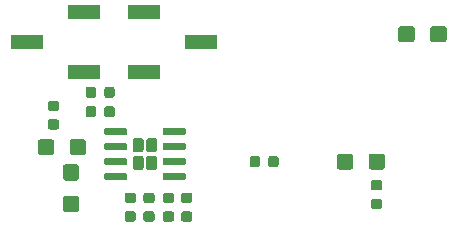
<source format=gbr>
G04 #@! TF.GenerationSoftware,KiCad,Pcbnew,(5.1.4)-1*
G04 #@! TF.CreationDate,2019-11-25T16:57:10-05:00*
G04 #@! TF.ProjectId,preamplifier,70726561-6d70-46c6-9966-6965722e6b69,rev?*
G04 #@! TF.SameCoordinates,Original*
G04 #@! TF.FileFunction,Paste,Top*
G04 #@! TF.FilePolarity,Positive*
%FSLAX46Y46*%
G04 Gerber Fmt 4.6, Leading zero omitted, Abs format (unit mm)*
G04 Created by KiCad (PCBNEW (5.1.4)-1) date 2019-11-25 16:57:10*
%MOMM*%
%LPD*%
G04 APERTURE LIST*
%ADD10R,2.790000X1.190000*%
%ADD11C,0.150000*%
%ADD12C,0.600000*%
%ADD13C,0.920000*%
%ADD14C,0.875000*%
%ADD15C,1.350000*%
G04 APERTURE END LIST*
D10*
X77722000Y-62636400D03*
X82552000Y-60096400D03*
X77722000Y-57556400D03*
X72671400Y-57556400D03*
X67841400Y-60096400D03*
X72671400Y-62636400D03*
D11*
G36*
X81100703Y-67391722D02*
G01*
X81115264Y-67393882D01*
X81129543Y-67397459D01*
X81143403Y-67402418D01*
X81156710Y-67408712D01*
X81169336Y-67416280D01*
X81181159Y-67425048D01*
X81192066Y-67434934D01*
X81201952Y-67445841D01*
X81210720Y-67457664D01*
X81218288Y-67470290D01*
X81224582Y-67483597D01*
X81229541Y-67497457D01*
X81233118Y-67511736D01*
X81235278Y-67526297D01*
X81236000Y-67541000D01*
X81236000Y-67841000D01*
X81235278Y-67855703D01*
X81233118Y-67870264D01*
X81229541Y-67884543D01*
X81224582Y-67898403D01*
X81218288Y-67911710D01*
X81210720Y-67924336D01*
X81201952Y-67936159D01*
X81192066Y-67947066D01*
X81181159Y-67956952D01*
X81169336Y-67965720D01*
X81156710Y-67973288D01*
X81143403Y-67979582D01*
X81129543Y-67984541D01*
X81115264Y-67988118D01*
X81100703Y-67990278D01*
X81086000Y-67991000D01*
X79436000Y-67991000D01*
X79421297Y-67990278D01*
X79406736Y-67988118D01*
X79392457Y-67984541D01*
X79378597Y-67979582D01*
X79365290Y-67973288D01*
X79352664Y-67965720D01*
X79340841Y-67956952D01*
X79329934Y-67947066D01*
X79320048Y-67936159D01*
X79311280Y-67924336D01*
X79303712Y-67911710D01*
X79297418Y-67898403D01*
X79292459Y-67884543D01*
X79288882Y-67870264D01*
X79286722Y-67855703D01*
X79286000Y-67841000D01*
X79286000Y-67541000D01*
X79286722Y-67526297D01*
X79288882Y-67511736D01*
X79292459Y-67497457D01*
X79297418Y-67483597D01*
X79303712Y-67470290D01*
X79311280Y-67457664D01*
X79320048Y-67445841D01*
X79329934Y-67434934D01*
X79340841Y-67425048D01*
X79352664Y-67416280D01*
X79365290Y-67408712D01*
X79378597Y-67402418D01*
X79392457Y-67397459D01*
X79406736Y-67393882D01*
X79421297Y-67391722D01*
X79436000Y-67391000D01*
X81086000Y-67391000D01*
X81100703Y-67391722D01*
X81100703Y-67391722D01*
G37*
D12*
X80261000Y-67691000D03*
D11*
G36*
X81100703Y-68661722D02*
G01*
X81115264Y-68663882D01*
X81129543Y-68667459D01*
X81143403Y-68672418D01*
X81156710Y-68678712D01*
X81169336Y-68686280D01*
X81181159Y-68695048D01*
X81192066Y-68704934D01*
X81201952Y-68715841D01*
X81210720Y-68727664D01*
X81218288Y-68740290D01*
X81224582Y-68753597D01*
X81229541Y-68767457D01*
X81233118Y-68781736D01*
X81235278Y-68796297D01*
X81236000Y-68811000D01*
X81236000Y-69111000D01*
X81235278Y-69125703D01*
X81233118Y-69140264D01*
X81229541Y-69154543D01*
X81224582Y-69168403D01*
X81218288Y-69181710D01*
X81210720Y-69194336D01*
X81201952Y-69206159D01*
X81192066Y-69217066D01*
X81181159Y-69226952D01*
X81169336Y-69235720D01*
X81156710Y-69243288D01*
X81143403Y-69249582D01*
X81129543Y-69254541D01*
X81115264Y-69258118D01*
X81100703Y-69260278D01*
X81086000Y-69261000D01*
X79436000Y-69261000D01*
X79421297Y-69260278D01*
X79406736Y-69258118D01*
X79392457Y-69254541D01*
X79378597Y-69249582D01*
X79365290Y-69243288D01*
X79352664Y-69235720D01*
X79340841Y-69226952D01*
X79329934Y-69217066D01*
X79320048Y-69206159D01*
X79311280Y-69194336D01*
X79303712Y-69181710D01*
X79297418Y-69168403D01*
X79292459Y-69154543D01*
X79288882Y-69140264D01*
X79286722Y-69125703D01*
X79286000Y-69111000D01*
X79286000Y-68811000D01*
X79286722Y-68796297D01*
X79288882Y-68781736D01*
X79292459Y-68767457D01*
X79297418Y-68753597D01*
X79303712Y-68740290D01*
X79311280Y-68727664D01*
X79320048Y-68715841D01*
X79329934Y-68704934D01*
X79340841Y-68695048D01*
X79352664Y-68686280D01*
X79365290Y-68678712D01*
X79378597Y-68672418D01*
X79392457Y-68667459D01*
X79406736Y-68663882D01*
X79421297Y-68661722D01*
X79436000Y-68661000D01*
X81086000Y-68661000D01*
X81100703Y-68661722D01*
X81100703Y-68661722D01*
G37*
D12*
X80261000Y-68961000D03*
D11*
G36*
X81100703Y-69931722D02*
G01*
X81115264Y-69933882D01*
X81129543Y-69937459D01*
X81143403Y-69942418D01*
X81156710Y-69948712D01*
X81169336Y-69956280D01*
X81181159Y-69965048D01*
X81192066Y-69974934D01*
X81201952Y-69985841D01*
X81210720Y-69997664D01*
X81218288Y-70010290D01*
X81224582Y-70023597D01*
X81229541Y-70037457D01*
X81233118Y-70051736D01*
X81235278Y-70066297D01*
X81236000Y-70081000D01*
X81236000Y-70381000D01*
X81235278Y-70395703D01*
X81233118Y-70410264D01*
X81229541Y-70424543D01*
X81224582Y-70438403D01*
X81218288Y-70451710D01*
X81210720Y-70464336D01*
X81201952Y-70476159D01*
X81192066Y-70487066D01*
X81181159Y-70496952D01*
X81169336Y-70505720D01*
X81156710Y-70513288D01*
X81143403Y-70519582D01*
X81129543Y-70524541D01*
X81115264Y-70528118D01*
X81100703Y-70530278D01*
X81086000Y-70531000D01*
X79436000Y-70531000D01*
X79421297Y-70530278D01*
X79406736Y-70528118D01*
X79392457Y-70524541D01*
X79378597Y-70519582D01*
X79365290Y-70513288D01*
X79352664Y-70505720D01*
X79340841Y-70496952D01*
X79329934Y-70487066D01*
X79320048Y-70476159D01*
X79311280Y-70464336D01*
X79303712Y-70451710D01*
X79297418Y-70438403D01*
X79292459Y-70424543D01*
X79288882Y-70410264D01*
X79286722Y-70395703D01*
X79286000Y-70381000D01*
X79286000Y-70081000D01*
X79286722Y-70066297D01*
X79288882Y-70051736D01*
X79292459Y-70037457D01*
X79297418Y-70023597D01*
X79303712Y-70010290D01*
X79311280Y-69997664D01*
X79320048Y-69985841D01*
X79329934Y-69974934D01*
X79340841Y-69965048D01*
X79352664Y-69956280D01*
X79365290Y-69948712D01*
X79378597Y-69942418D01*
X79392457Y-69937459D01*
X79406736Y-69933882D01*
X79421297Y-69931722D01*
X79436000Y-69931000D01*
X81086000Y-69931000D01*
X81100703Y-69931722D01*
X81100703Y-69931722D01*
G37*
D12*
X80261000Y-70231000D03*
D11*
G36*
X81100703Y-71201722D02*
G01*
X81115264Y-71203882D01*
X81129543Y-71207459D01*
X81143403Y-71212418D01*
X81156710Y-71218712D01*
X81169336Y-71226280D01*
X81181159Y-71235048D01*
X81192066Y-71244934D01*
X81201952Y-71255841D01*
X81210720Y-71267664D01*
X81218288Y-71280290D01*
X81224582Y-71293597D01*
X81229541Y-71307457D01*
X81233118Y-71321736D01*
X81235278Y-71336297D01*
X81236000Y-71351000D01*
X81236000Y-71651000D01*
X81235278Y-71665703D01*
X81233118Y-71680264D01*
X81229541Y-71694543D01*
X81224582Y-71708403D01*
X81218288Y-71721710D01*
X81210720Y-71734336D01*
X81201952Y-71746159D01*
X81192066Y-71757066D01*
X81181159Y-71766952D01*
X81169336Y-71775720D01*
X81156710Y-71783288D01*
X81143403Y-71789582D01*
X81129543Y-71794541D01*
X81115264Y-71798118D01*
X81100703Y-71800278D01*
X81086000Y-71801000D01*
X79436000Y-71801000D01*
X79421297Y-71800278D01*
X79406736Y-71798118D01*
X79392457Y-71794541D01*
X79378597Y-71789582D01*
X79365290Y-71783288D01*
X79352664Y-71775720D01*
X79340841Y-71766952D01*
X79329934Y-71757066D01*
X79320048Y-71746159D01*
X79311280Y-71734336D01*
X79303712Y-71721710D01*
X79297418Y-71708403D01*
X79292459Y-71694543D01*
X79288882Y-71680264D01*
X79286722Y-71665703D01*
X79286000Y-71651000D01*
X79286000Y-71351000D01*
X79286722Y-71336297D01*
X79288882Y-71321736D01*
X79292459Y-71307457D01*
X79297418Y-71293597D01*
X79303712Y-71280290D01*
X79311280Y-71267664D01*
X79320048Y-71255841D01*
X79329934Y-71244934D01*
X79340841Y-71235048D01*
X79352664Y-71226280D01*
X79365290Y-71218712D01*
X79378597Y-71212418D01*
X79392457Y-71207459D01*
X79406736Y-71203882D01*
X79421297Y-71201722D01*
X79436000Y-71201000D01*
X81086000Y-71201000D01*
X81100703Y-71201722D01*
X81100703Y-71201722D01*
G37*
D12*
X80261000Y-71501000D03*
D11*
G36*
X76150703Y-71201722D02*
G01*
X76165264Y-71203882D01*
X76179543Y-71207459D01*
X76193403Y-71212418D01*
X76206710Y-71218712D01*
X76219336Y-71226280D01*
X76231159Y-71235048D01*
X76242066Y-71244934D01*
X76251952Y-71255841D01*
X76260720Y-71267664D01*
X76268288Y-71280290D01*
X76274582Y-71293597D01*
X76279541Y-71307457D01*
X76283118Y-71321736D01*
X76285278Y-71336297D01*
X76286000Y-71351000D01*
X76286000Y-71651000D01*
X76285278Y-71665703D01*
X76283118Y-71680264D01*
X76279541Y-71694543D01*
X76274582Y-71708403D01*
X76268288Y-71721710D01*
X76260720Y-71734336D01*
X76251952Y-71746159D01*
X76242066Y-71757066D01*
X76231159Y-71766952D01*
X76219336Y-71775720D01*
X76206710Y-71783288D01*
X76193403Y-71789582D01*
X76179543Y-71794541D01*
X76165264Y-71798118D01*
X76150703Y-71800278D01*
X76136000Y-71801000D01*
X74486000Y-71801000D01*
X74471297Y-71800278D01*
X74456736Y-71798118D01*
X74442457Y-71794541D01*
X74428597Y-71789582D01*
X74415290Y-71783288D01*
X74402664Y-71775720D01*
X74390841Y-71766952D01*
X74379934Y-71757066D01*
X74370048Y-71746159D01*
X74361280Y-71734336D01*
X74353712Y-71721710D01*
X74347418Y-71708403D01*
X74342459Y-71694543D01*
X74338882Y-71680264D01*
X74336722Y-71665703D01*
X74336000Y-71651000D01*
X74336000Y-71351000D01*
X74336722Y-71336297D01*
X74338882Y-71321736D01*
X74342459Y-71307457D01*
X74347418Y-71293597D01*
X74353712Y-71280290D01*
X74361280Y-71267664D01*
X74370048Y-71255841D01*
X74379934Y-71244934D01*
X74390841Y-71235048D01*
X74402664Y-71226280D01*
X74415290Y-71218712D01*
X74428597Y-71212418D01*
X74442457Y-71207459D01*
X74456736Y-71203882D01*
X74471297Y-71201722D01*
X74486000Y-71201000D01*
X76136000Y-71201000D01*
X76150703Y-71201722D01*
X76150703Y-71201722D01*
G37*
D12*
X75311000Y-71501000D03*
D11*
G36*
X76150703Y-69931722D02*
G01*
X76165264Y-69933882D01*
X76179543Y-69937459D01*
X76193403Y-69942418D01*
X76206710Y-69948712D01*
X76219336Y-69956280D01*
X76231159Y-69965048D01*
X76242066Y-69974934D01*
X76251952Y-69985841D01*
X76260720Y-69997664D01*
X76268288Y-70010290D01*
X76274582Y-70023597D01*
X76279541Y-70037457D01*
X76283118Y-70051736D01*
X76285278Y-70066297D01*
X76286000Y-70081000D01*
X76286000Y-70381000D01*
X76285278Y-70395703D01*
X76283118Y-70410264D01*
X76279541Y-70424543D01*
X76274582Y-70438403D01*
X76268288Y-70451710D01*
X76260720Y-70464336D01*
X76251952Y-70476159D01*
X76242066Y-70487066D01*
X76231159Y-70496952D01*
X76219336Y-70505720D01*
X76206710Y-70513288D01*
X76193403Y-70519582D01*
X76179543Y-70524541D01*
X76165264Y-70528118D01*
X76150703Y-70530278D01*
X76136000Y-70531000D01*
X74486000Y-70531000D01*
X74471297Y-70530278D01*
X74456736Y-70528118D01*
X74442457Y-70524541D01*
X74428597Y-70519582D01*
X74415290Y-70513288D01*
X74402664Y-70505720D01*
X74390841Y-70496952D01*
X74379934Y-70487066D01*
X74370048Y-70476159D01*
X74361280Y-70464336D01*
X74353712Y-70451710D01*
X74347418Y-70438403D01*
X74342459Y-70424543D01*
X74338882Y-70410264D01*
X74336722Y-70395703D01*
X74336000Y-70381000D01*
X74336000Y-70081000D01*
X74336722Y-70066297D01*
X74338882Y-70051736D01*
X74342459Y-70037457D01*
X74347418Y-70023597D01*
X74353712Y-70010290D01*
X74361280Y-69997664D01*
X74370048Y-69985841D01*
X74379934Y-69974934D01*
X74390841Y-69965048D01*
X74402664Y-69956280D01*
X74415290Y-69948712D01*
X74428597Y-69942418D01*
X74442457Y-69937459D01*
X74456736Y-69933882D01*
X74471297Y-69931722D01*
X74486000Y-69931000D01*
X76136000Y-69931000D01*
X76150703Y-69931722D01*
X76150703Y-69931722D01*
G37*
D12*
X75311000Y-70231000D03*
D11*
G36*
X76150703Y-68661722D02*
G01*
X76165264Y-68663882D01*
X76179543Y-68667459D01*
X76193403Y-68672418D01*
X76206710Y-68678712D01*
X76219336Y-68686280D01*
X76231159Y-68695048D01*
X76242066Y-68704934D01*
X76251952Y-68715841D01*
X76260720Y-68727664D01*
X76268288Y-68740290D01*
X76274582Y-68753597D01*
X76279541Y-68767457D01*
X76283118Y-68781736D01*
X76285278Y-68796297D01*
X76286000Y-68811000D01*
X76286000Y-69111000D01*
X76285278Y-69125703D01*
X76283118Y-69140264D01*
X76279541Y-69154543D01*
X76274582Y-69168403D01*
X76268288Y-69181710D01*
X76260720Y-69194336D01*
X76251952Y-69206159D01*
X76242066Y-69217066D01*
X76231159Y-69226952D01*
X76219336Y-69235720D01*
X76206710Y-69243288D01*
X76193403Y-69249582D01*
X76179543Y-69254541D01*
X76165264Y-69258118D01*
X76150703Y-69260278D01*
X76136000Y-69261000D01*
X74486000Y-69261000D01*
X74471297Y-69260278D01*
X74456736Y-69258118D01*
X74442457Y-69254541D01*
X74428597Y-69249582D01*
X74415290Y-69243288D01*
X74402664Y-69235720D01*
X74390841Y-69226952D01*
X74379934Y-69217066D01*
X74370048Y-69206159D01*
X74361280Y-69194336D01*
X74353712Y-69181710D01*
X74347418Y-69168403D01*
X74342459Y-69154543D01*
X74338882Y-69140264D01*
X74336722Y-69125703D01*
X74336000Y-69111000D01*
X74336000Y-68811000D01*
X74336722Y-68796297D01*
X74338882Y-68781736D01*
X74342459Y-68767457D01*
X74347418Y-68753597D01*
X74353712Y-68740290D01*
X74361280Y-68727664D01*
X74370048Y-68715841D01*
X74379934Y-68704934D01*
X74390841Y-68695048D01*
X74402664Y-68686280D01*
X74415290Y-68678712D01*
X74428597Y-68672418D01*
X74442457Y-68667459D01*
X74456736Y-68663882D01*
X74471297Y-68661722D01*
X74486000Y-68661000D01*
X76136000Y-68661000D01*
X76150703Y-68661722D01*
X76150703Y-68661722D01*
G37*
D12*
X75311000Y-68961000D03*
D11*
G36*
X76150703Y-67391722D02*
G01*
X76165264Y-67393882D01*
X76179543Y-67397459D01*
X76193403Y-67402418D01*
X76206710Y-67408712D01*
X76219336Y-67416280D01*
X76231159Y-67425048D01*
X76242066Y-67434934D01*
X76251952Y-67445841D01*
X76260720Y-67457664D01*
X76268288Y-67470290D01*
X76274582Y-67483597D01*
X76279541Y-67497457D01*
X76283118Y-67511736D01*
X76285278Y-67526297D01*
X76286000Y-67541000D01*
X76286000Y-67841000D01*
X76285278Y-67855703D01*
X76283118Y-67870264D01*
X76279541Y-67884543D01*
X76274582Y-67898403D01*
X76268288Y-67911710D01*
X76260720Y-67924336D01*
X76251952Y-67936159D01*
X76242066Y-67947066D01*
X76231159Y-67956952D01*
X76219336Y-67965720D01*
X76206710Y-67973288D01*
X76193403Y-67979582D01*
X76179543Y-67984541D01*
X76165264Y-67988118D01*
X76150703Y-67990278D01*
X76136000Y-67991000D01*
X74486000Y-67991000D01*
X74471297Y-67990278D01*
X74456736Y-67988118D01*
X74442457Y-67984541D01*
X74428597Y-67979582D01*
X74415290Y-67973288D01*
X74402664Y-67965720D01*
X74390841Y-67956952D01*
X74379934Y-67947066D01*
X74370048Y-67936159D01*
X74361280Y-67924336D01*
X74353712Y-67911710D01*
X74347418Y-67898403D01*
X74342459Y-67884543D01*
X74338882Y-67870264D01*
X74336722Y-67855703D01*
X74336000Y-67841000D01*
X74336000Y-67541000D01*
X74336722Y-67526297D01*
X74338882Y-67511736D01*
X74342459Y-67497457D01*
X74347418Y-67483597D01*
X74353712Y-67470290D01*
X74361280Y-67457664D01*
X74370048Y-67445841D01*
X74379934Y-67434934D01*
X74390841Y-67425048D01*
X74402664Y-67416280D01*
X74415290Y-67408712D01*
X74428597Y-67402418D01*
X74442457Y-67397459D01*
X74456736Y-67393882D01*
X74471297Y-67391722D01*
X74486000Y-67391000D01*
X76136000Y-67391000D01*
X76150703Y-67391722D01*
X76150703Y-67391722D01*
G37*
D12*
X75311000Y-67691000D03*
D11*
G36*
X78608544Y-69742108D02*
G01*
X78630871Y-69745419D01*
X78652765Y-69750904D01*
X78674017Y-69758508D01*
X78694421Y-69768158D01*
X78713781Y-69779762D01*
X78731910Y-69793208D01*
X78748635Y-69808365D01*
X78763792Y-69825090D01*
X78777238Y-69843219D01*
X78788842Y-69862579D01*
X78798492Y-69882983D01*
X78806096Y-69904235D01*
X78811581Y-69926129D01*
X78814892Y-69948456D01*
X78816000Y-69971000D01*
X78816000Y-70721000D01*
X78814892Y-70743544D01*
X78811581Y-70765871D01*
X78806096Y-70787765D01*
X78798492Y-70809017D01*
X78788842Y-70829421D01*
X78777238Y-70848781D01*
X78763792Y-70866910D01*
X78748635Y-70883635D01*
X78731910Y-70898792D01*
X78713781Y-70912238D01*
X78694421Y-70923842D01*
X78674017Y-70933492D01*
X78652765Y-70941096D01*
X78630871Y-70946581D01*
X78608544Y-70949892D01*
X78586000Y-70951000D01*
X78126000Y-70951000D01*
X78103456Y-70949892D01*
X78081129Y-70946581D01*
X78059235Y-70941096D01*
X78037983Y-70933492D01*
X78017579Y-70923842D01*
X77998219Y-70912238D01*
X77980090Y-70898792D01*
X77963365Y-70883635D01*
X77948208Y-70866910D01*
X77934762Y-70848781D01*
X77923158Y-70829421D01*
X77913508Y-70809017D01*
X77905904Y-70787765D01*
X77900419Y-70765871D01*
X77897108Y-70743544D01*
X77896000Y-70721000D01*
X77896000Y-69971000D01*
X77897108Y-69948456D01*
X77900419Y-69926129D01*
X77905904Y-69904235D01*
X77913508Y-69882983D01*
X77923158Y-69862579D01*
X77934762Y-69843219D01*
X77948208Y-69825090D01*
X77963365Y-69808365D01*
X77980090Y-69793208D01*
X77998219Y-69779762D01*
X78017579Y-69768158D01*
X78037983Y-69758508D01*
X78059235Y-69750904D01*
X78081129Y-69745419D01*
X78103456Y-69742108D01*
X78126000Y-69741000D01*
X78586000Y-69741000D01*
X78608544Y-69742108D01*
X78608544Y-69742108D01*
G37*
D13*
X78356000Y-70346000D03*
D11*
G36*
X78608544Y-68242108D02*
G01*
X78630871Y-68245419D01*
X78652765Y-68250904D01*
X78674017Y-68258508D01*
X78694421Y-68268158D01*
X78713781Y-68279762D01*
X78731910Y-68293208D01*
X78748635Y-68308365D01*
X78763792Y-68325090D01*
X78777238Y-68343219D01*
X78788842Y-68362579D01*
X78798492Y-68382983D01*
X78806096Y-68404235D01*
X78811581Y-68426129D01*
X78814892Y-68448456D01*
X78816000Y-68471000D01*
X78816000Y-69221000D01*
X78814892Y-69243544D01*
X78811581Y-69265871D01*
X78806096Y-69287765D01*
X78798492Y-69309017D01*
X78788842Y-69329421D01*
X78777238Y-69348781D01*
X78763792Y-69366910D01*
X78748635Y-69383635D01*
X78731910Y-69398792D01*
X78713781Y-69412238D01*
X78694421Y-69423842D01*
X78674017Y-69433492D01*
X78652765Y-69441096D01*
X78630871Y-69446581D01*
X78608544Y-69449892D01*
X78586000Y-69451000D01*
X78126000Y-69451000D01*
X78103456Y-69449892D01*
X78081129Y-69446581D01*
X78059235Y-69441096D01*
X78037983Y-69433492D01*
X78017579Y-69423842D01*
X77998219Y-69412238D01*
X77980090Y-69398792D01*
X77963365Y-69383635D01*
X77948208Y-69366910D01*
X77934762Y-69348781D01*
X77923158Y-69329421D01*
X77913508Y-69309017D01*
X77905904Y-69287765D01*
X77900419Y-69265871D01*
X77897108Y-69243544D01*
X77896000Y-69221000D01*
X77896000Y-68471000D01*
X77897108Y-68448456D01*
X77900419Y-68426129D01*
X77905904Y-68404235D01*
X77913508Y-68382983D01*
X77923158Y-68362579D01*
X77934762Y-68343219D01*
X77948208Y-68325090D01*
X77963365Y-68308365D01*
X77980090Y-68293208D01*
X77998219Y-68279762D01*
X78017579Y-68268158D01*
X78037983Y-68258508D01*
X78059235Y-68250904D01*
X78081129Y-68245419D01*
X78103456Y-68242108D01*
X78126000Y-68241000D01*
X78586000Y-68241000D01*
X78608544Y-68242108D01*
X78608544Y-68242108D01*
G37*
D13*
X78356000Y-68846000D03*
D11*
G36*
X77468544Y-69742108D02*
G01*
X77490871Y-69745419D01*
X77512765Y-69750904D01*
X77534017Y-69758508D01*
X77554421Y-69768158D01*
X77573781Y-69779762D01*
X77591910Y-69793208D01*
X77608635Y-69808365D01*
X77623792Y-69825090D01*
X77637238Y-69843219D01*
X77648842Y-69862579D01*
X77658492Y-69882983D01*
X77666096Y-69904235D01*
X77671581Y-69926129D01*
X77674892Y-69948456D01*
X77676000Y-69971000D01*
X77676000Y-70721000D01*
X77674892Y-70743544D01*
X77671581Y-70765871D01*
X77666096Y-70787765D01*
X77658492Y-70809017D01*
X77648842Y-70829421D01*
X77637238Y-70848781D01*
X77623792Y-70866910D01*
X77608635Y-70883635D01*
X77591910Y-70898792D01*
X77573781Y-70912238D01*
X77554421Y-70923842D01*
X77534017Y-70933492D01*
X77512765Y-70941096D01*
X77490871Y-70946581D01*
X77468544Y-70949892D01*
X77446000Y-70951000D01*
X76986000Y-70951000D01*
X76963456Y-70949892D01*
X76941129Y-70946581D01*
X76919235Y-70941096D01*
X76897983Y-70933492D01*
X76877579Y-70923842D01*
X76858219Y-70912238D01*
X76840090Y-70898792D01*
X76823365Y-70883635D01*
X76808208Y-70866910D01*
X76794762Y-70848781D01*
X76783158Y-70829421D01*
X76773508Y-70809017D01*
X76765904Y-70787765D01*
X76760419Y-70765871D01*
X76757108Y-70743544D01*
X76756000Y-70721000D01*
X76756000Y-69971000D01*
X76757108Y-69948456D01*
X76760419Y-69926129D01*
X76765904Y-69904235D01*
X76773508Y-69882983D01*
X76783158Y-69862579D01*
X76794762Y-69843219D01*
X76808208Y-69825090D01*
X76823365Y-69808365D01*
X76840090Y-69793208D01*
X76858219Y-69779762D01*
X76877579Y-69768158D01*
X76897983Y-69758508D01*
X76919235Y-69750904D01*
X76941129Y-69745419D01*
X76963456Y-69742108D01*
X76986000Y-69741000D01*
X77446000Y-69741000D01*
X77468544Y-69742108D01*
X77468544Y-69742108D01*
G37*
D13*
X77216000Y-70346000D03*
D11*
G36*
X77468544Y-68242108D02*
G01*
X77490871Y-68245419D01*
X77512765Y-68250904D01*
X77534017Y-68258508D01*
X77554421Y-68268158D01*
X77573781Y-68279762D01*
X77591910Y-68293208D01*
X77608635Y-68308365D01*
X77623792Y-68325090D01*
X77637238Y-68343219D01*
X77648842Y-68362579D01*
X77658492Y-68382983D01*
X77666096Y-68404235D01*
X77671581Y-68426129D01*
X77674892Y-68448456D01*
X77676000Y-68471000D01*
X77676000Y-69221000D01*
X77674892Y-69243544D01*
X77671581Y-69265871D01*
X77666096Y-69287765D01*
X77658492Y-69309017D01*
X77648842Y-69329421D01*
X77637238Y-69348781D01*
X77623792Y-69366910D01*
X77608635Y-69383635D01*
X77591910Y-69398792D01*
X77573781Y-69412238D01*
X77554421Y-69423842D01*
X77534017Y-69433492D01*
X77512765Y-69441096D01*
X77490871Y-69446581D01*
X77468544Y-69449892D01*
X77446000Y-69451000D01*
X76986000Y-69451000D01*
X76963456Y-69449892D01*
X76941129Y-69446581D01*
X76919235Y-69441096D01*
X76897983Y-69433492D01*
X76877579Y-69423842D01*
X76858219Y-69412238D01*
X76840090Y-69398792D01*
X76823365Y-69383635D01*
X76808208Y-69366910D01*
X76794762Y-69348781D01*
X76783158Y-69329421D01*
X76773508Y-69309017D01*
X76765904Y-69287765D01*
X76760419Y-69265871D01*
X76757108Y-69243544D01*
X76756000Y-69221000D01*
X76756000Y-68471000D01*
X76757108Y-68448456D01*
X76760419Y-68426129D01*
X76765904Y-68404235D01*
X76773508Y-68382983D01*
X76783158Y-68362579D01*
X76794762Y-68343219D01*
X76808208Y-68325090D01*
X76823365Y-68308365D01*
X76840090Y-68293208D01*
X76858219Y-68279762D01*
X76877579Y-68268158D01*
X76897983Y-68258508D01*
X76919235Y-68250904D01*
X76941129Y-68245419D01*
X76963456Y-68242108D01*
X76986000Y-68241000D01*
X77446000Y-68241000D01*
X77468544Y-68242108D01*
X77468544Y-68242108D01*
G37*
D13*
X77216000Y-68846000D03*
D11*
G36*
X80059091Y-74442853D02*
G01*
X80080326Y-74446003D01*
X80101150Y-74451219D01*
X80121362Y-74458451D01*
X80140768Y-74467630D01*
X80159181Y-74478666D01*
X80176424Y-74491454D01*
X80192330Y-74505870D01*
X80206746Y-74521776D01*
X80219534Y-74539019D01*
X80230570Y-74557432D01*
X80239749Y-74576838D01*
X80246981Y-74597050D01*
X80252197Y-74617874D01*
X80255347Y-74639109D01*
X80256400Y-74660550D01*
X80256400Y-75098050D01*
X80255347Y-75119491D01*
X80252197Y-75140726D01*
X80246981Y-75161550D01*
X80239749Y-75181762D01*
X80230570Y-75201168D01*
X80219534Y-75219581D01*
X80206746Y-75236824D01*
X80192330Y-75252730D01*
X80176424Y-75267146D01*
X80159181Y-75279934D01*
X80140768Y-75290970D01*
X80121362Y-75300149D01*
X80101150Y-75307381D01*
X80080326Y-75312597D01*
X80059091Y-75315747D01*
X80037650Y-75316800D01*
X79525150Y-75316800D01*
X79503709Y-75315747D01*
X79482474Y-75312597D01*
X79461650Y-75307381D01*
X79441438Y-75300149D01*
X79422032Y-75290970D01*
X79403619Y-75279934D01*
X79386376Y-75267146D01*
X79370470Y-75252730D01*
X79356054Y-75236824D01*
X79343266Y-75219581D01*
X79332230Y-75201168D01*
X79323051Y-75181762D01*
X79315819Y-75161550D01*
X79310603Y-75140726D01*
X79307453Y-75119491D01*
X79306400Y-75098050D01*
X79306400Y-74660550D01*
X79307453Y-74639109D01*
X79310603Y-74617874D01*
X79315819Y-74597050D01*
X79323051Y-74576838D01*
X79332230Y-74557432D01*
X79343266Y-74539019D01*
X79356054Y-74521776D01*
X79370470Y-74505870D01*
X79386376Y-74491454D01*
X79403619Y-74478666D01*
X79422032Y-74467630D01*
X79441438Y-74458451D01*
X79461650Y-74451219D01*
X79482474Y-74446003D01*
X79503709Y-74442853D01*
X79525150Y-74441800D01*
X80037650Y-74441800D01*
X80059091Y-74442853D01*
X80059091Y-74442853D01*
G37*
D14*
X79781400Y-74879300D03*
D11*
G36*
X80059091Y-72867853D02*
G01*
X80080326Y-72871003D01*
X80101150Y-72876219D01*
X80121362Y-72883451D01*
X80140768Y-72892630D01*
X80159181Y-72903666D01*
X80176424Y-72916454D01*
X80192330Y-72930870D01*
X80206746Y-72946776D01*
X80219534Y-72964019D01*
X80230570Y-72982432D01*
X80239749Y-73001838D01*
X80246981Y-73022050D01*
X80252197Y-73042874D01*
X80255347Y-73064109D01*
X80256400Y-73085550D01*
X80256400Y-73523050D01*
X80255347Y-73544491D01*
X80252197Y-73565726D01*
X80246981Y-73586550D01*
X80239749Y-73606762D01*
X80230570Y-73626168D01*
X80219534Y-73644581D01*
X80206746Y-73661824D01*
X80192330Y-73677730D01*
X80176424Y-73692146D01*
X80159181Y-73704934D01*
X80140768Y-73715970D01*
X80121362Y-73725149D01*
X80101150Y-73732381D01*
X80080326Y-73737597D01*
X80059091Y-73740747D01*
X80037650Y-73741800D01*
X79525150Y-73741800D01*
X79503709Y-73740747D01*
X79482474Y-73737597D01*
X79461650Y-73732381D01*
X79441438Y-73725149D01*
X79422032Y-73715970D01*
X79403619Y-73704934D01*
X79386376Y-73692146D01*
X79370470Y-73677730D01*
X79356054Y-73661824D01*
X79343266Y-73644581D01*
X79332230Y-73626168D01*
X79323051Y-73606762D01*
X79315819Y-73586550D01*
X79310603Y-73565726D01*
X79307453Y-73544491D01*
X79306400Y-73523050D01*
X79306400Y-73085550D01*
X79307453Y-73064109D01*
X79310603Y-73042874D01*
X79315819Y-73022050D01*
X79323051Y-73001838D01*
X79332230Y-72982432D01*
X79343266Y-72964019D01*
X79356054Y-72946776D01*
X79370470Y-72930870D01*
X79386376Y-72916454D01*
X79403619Y-72903666D01*
X79422032Y-72892630D01*
X79441438Y-72883451D01*
X79461650Y-72876219D01*
X79482474Y-72871003D01*
X79503709Y-72867853D01*
X79525150Y-72866800D01*
X80037650Y-72866800D01*
X80059091Y-72867853D01*
X80059091Y-72867853D01*
G37*
D14*
X79781400Y-73304300D03*
D11*
G36*
X81608491Y-72867853D02*
G01*
X81629726Y-72871003D01*
X81650550Y-72876219D01*
X81670762Y-72883451D01*
X81690168Y-72892630D01*
X81708581Y-72903666D01*
X81725824Y-72916454D01*
X81741730Y-72930870D01*
X81756146Y-72946776D01*
X81768934Y-72964019D01*
X81779970Y-72982432D01*
X81789149Y-73001838D01*
X81796381Y-73022050D01*
X81801597Y-73042874D01*
X81804747Y-73064109D01*
X81805800Y-73085550D01*
X81805800Y-73523050D01*
X81804747Y-73544491D01*
X81801597Y-73565726D01*
X81796381Y-73586550D01*
X81789149Y-73606762D01*
X81779970Y-73626168D01*
X81768934Y-73644581D01*
X81756146Y-73661824D01*
X81741730Y-73677730D01*
X81725824Y-73692146D01*
X81708581Y-73704934D01*
X81690168Y-73715970D01*
X81670762Y-73725149D01*
X81650550Y-73732381D01*
X81629726Y-73737597D01*
X81608491Y-73740747D01*
X81587050Y-73741800D01*
X81074550Y-73741800D01*
X81053109Y-73740747D01*
X81031874Y-73737597D01*
X81011050Y-73732381D01*
X80990838Y-73725149D01*
X80971432Y-73715970D01*
X80953019Y-73704934D01*
X80935776Y-73692146D01*
X80919870Y-73677730D01*
X80905454Y-73661824D01*
X80892666Y-73644581D01*
X80881630Y-73626168D01*
X80872451Y-73606762D01*
X80865219Y-73586550D01*
X80860003Y-73565726D01*
X80856853Y-73544491D01*
X80855800Y-73523050D01*
X80855800Y-73085550D01*
X80856853Y-73064109D01*
X80860003Y-73042874D01*
X80865219Y-73022050D01*
X80872451Y-73001838D01*
X80881630Y-72982432D01*
X80892666Y-72964019D01*
X80905454Y-72946776D01*
X80919870Y-72930870D01*
X80935776Y-72916454D01*
X80953019Y-72903666D01*
X80971432Y-72892630D01*
X80990838Y-72883451D01*
X81011050Y-72876219D01*
X81031874Y-72871003D01*
X81053109Y-72867853D01*
X81074550Y-72866800D01*
X81587050Y-72866800D01*
X81608491Y-72867853D01*
X81608491Y-72867853D01*
G37*
D14*
X81330800Y-73304300D03*
D11*
G36*
X81608491Y-74442853D02*
G01*
X81629726Y-74446003D01*
X81650550Y-74451219D01*
X81670762Y-74458451D01*
X81690168Y-74467630D01*
X81708581Y-74478666D01*
X81725824Y-74491454D01*
X81741730Y-74505870D01*
X81756146Y-74521776D01*
X81768934Y-74539019D01*
X81779970Y-74557432D01*
X81789149Y-74576838D01*
X81796381Y-74597050D01*
X81801597Y-74617874D01*
X81804747Y-74639109D01*
X81805800Y-74660550D01*
X81805800Y-75098050D01*
X81804747Y-75119491D01*
X81801597Y-75140726D01*
X81796381Y-75161550D01*
X81789149Y-75181762D01*
X81779970Y-75201168D01*
X81768934Y-75219581D01*
X81756146Y-75236824D01*
X81741730Y-75252730D01*
X81725824Y-75267146D01*
X81708581Y-75279934D01*
X81690168Y-75290970D01*
X81670762Y-75300149D01*
X81650550Y-75307381D01*
X81629726Y-75312597D01*
X81608491Y-75315747D01*
X81587050Y-75316800D01*
X81074550Y-75316800D01*
X81053109Y-75315747D01*
X81031874Y-75312597D01*
X81011050Y-75307381D01*
X80990838Y-75300149D01*
X80971432Y-75290970D01*
X80953019Y-75279934D01*
X80935776Y-75267146D01*
X80919870Y-75252730D01*
X80905454Y-75236824D01*
X80892666Y-75219581D01*
X80881630Y-75201168D01*
X80872451Y-75181762D01*
X80865219Y-75161550D01*
X80860003Y-75140726D01*
X80856853Y-75119491D01*
X80855800Y-75098050D01*
X80855800Y-74660550D01*
X80856853Y-74639109D01*
X80860003Y-74617874D01*
X80865219Y-74597050D01*
X80872451Y-74576838D01*
X80881630Y-74557432D01*
X80892666Y-74539019D01*
X80905454Y-74521776D01*
X80919870Y-74505870D01*
X80935776Y-74491454D01*
X80953019Y-74478666D01*
X80971432Y-74467630D01*
X80990838Y-74458451D01*
X81011050Y-74451219D01*
X81031874Y-74446003D01*
X81053109Y-74442853D01*
X81074550Y-74441800D01*
X81587050Y-74441800D01*
X81608491Y-74442853D01*
X81608491Y-74442853D01*
G37*
D14*
X81330800Y-74879300D03*
D11*
G36*
X97686691Y-73376053D02*
G01*
X97707926Y-73379203D01*
X97728750Y-73384419D01*
X97748962Y-73391651D01*
X97768368Y-73400830D01*
X97786781Y-73411866D01*
X97804024Y-73424654D01*
X97819930Y-73439070D01*
X97834346Y-73454976D01*
X97847134Y-73472219D01*
X97858170Y-73490632D01*
X97867349Y-73510038D01*
X97874581Y-73530250D01*
X97879797Y-73551074D01*
X97882947Y-73572309D01*
X97884000Y-73593750D01*
X97884000Y-74031250D01*
X97882947Y-74052691D01*
X97879797Y-74073926D01*
X97874581Y-74094750D01*
X97867349Y-74114962D01*
X97858170Y-74134368D01*
X97847134Y-74152781D01*
X97834346Y-74170024D01*
X97819930Y-74185930D01*
X97804024Y-74200346D01*
X97786781Y-74213134D01*
X97768368Y-74224170D01*
X97748962Y-74233349D01*
X97728750Y-74240581D01*
X97707926Y-74245797D01*
X97686691Y-74248947D01*
X97665250Y-74250000D01*
X97152750Y-74250000D01*
X97131309Y-74248947D01*
X97110074Y-74245797D01*
X97089250Y-74240581D01*
X97069038Y-74233349D01*
X97049632Y-74224170D01*
X97031219Y-74213134D01*
X97013976Y-74200346D01*
X96998070Y-74185930D01*
X96983654Y-74170024D01*
X96970866Y-74152781D01*
X96959830Y-74134368D01*
X96950651Y-74114962D01*
X96943419Y-74094750D01*
X96938203Y-74073926D01*
X96935053Y-74052691D01*
X96934000Y-74031250D01*
X96934000Y-73593750D01*
X96935053Y-73572309D01*
X96938203Y-73551074D01*
X96943419Y-73530250D01*
X96950651Y-73510038D01*
X96959830Y-73490632D01*
X96970866Y-73472219D01*
X96983654Y-73454976D01*
X96998070Y-73439070D01*
X97013976Y-73424654D01*
X97031219Y-73411866D01*
X97049632Y-73400830D01*
X97069038Y-73391651D01*
X97089250Y-73384419D01*
X97110074Y-73379203D01*
X97131309Y-73376053D01*
X97152750Y-73375000D01*
X97665250Y-73375000D01*
X97686691Y-73376053D01*
X97686691Y-73376053D01*
G37*
D14*
X97409000Y-73812500D03*
D11*
G36*
X97686691Y-71801053D02*
G01*
X97707926Y-71804203D01*
X97728750Y-71809419D01*
X97748962Y-71816651D01*
X97768368Y-71825830D01*
X97786781Y-71836866D01*
X97804024Y-71849654D01*
X97819930Y-71864070D01*
X97834346Y-71879976D01*
X97847134Y-71897219D01*
X97858170Y-71915632D01*
X97867349Y-71935038D01*
X97874581Y-71955250D01*
X97879797Y-71976074D01*
X97882947Y-71997309D01*
X97884000Y-72018750D01*
X97884000Y-72456250D01*
X97882947Y-72477691D01*
X97879797Y-72498926D01*
X97874581Y-72519750D01*
X97867349Y-72539962D01*
X97858170Y-72559368D01*
X97847134Y-72577781D01*
X97834346Y-72595024D01*
X97819930Y-72610930D01*
X97804024Y-72625346D01*
X97786781Y-72638134D01*
X97768368Y-72649170D01*
X97748962Y-72658349D01*
X97728750Y-72665581D01*
X97707926Y-72670797D01*
X97686691Y-72673947D01*
X97665250Y-72675000D01*
X97152750Y-72675000D01*
X97131309Y-72673947D01*
X97110074Y-72670797D01*
X97089250Y-72665581D01*
X97069038Y-72658349D01*
X97049632Y-72649170D01*
X97031219Y-72638134D01*
X97013976Y-72625346D01*
X96998070Y-72610930D01*
X96983654Y-72595024D01*
X96970866Y-72577781D01*
X96959830Y-72559368D01*
X96950651Y-72539962D01*
X96943419Y-72519750D01*
X96938203Y-72498926D01*
X96935053Y-72477691D01*
X96934000Y-72456250D01*
X96934000Y-72018750D01*
X96935053Y-71997309D01*
X96938203Y-71976074D01*
X96943419Y-71955250D01*
X96950651Y-71935038D01*
X96959830Y-71915632D01*
X96970866Y-71897219D01*
X96983654Y-71879976D01*
X96998070Y-71864070D01*
X97013976Y-71849654D01*
X97031219Y-71836866D01*
X97049632Y-71825830D01*
X97069038Y-71816651D01*
X97089250Y-71809419D01*
X97110074Y-71804203D01*
X97131309Y-71801053D01*
X97152750Y-71800000D01*
X97665250Y-71800000D01*
X97686691Y-71801053D01*
X97686691Y-71801053D01*
G37*
D14*
X97409000Y-72237500D03*
D11*
G36*
X76820591Y-74442853D02*
G01*
X76841826Y-74446003D01*
X76862650Y-74451219D01*
X76882862Y-74458451D01*
X76902268Y-74467630D01*
X76920681Y-74478666D01*
X76937924Y-74491454D01*
X76953830Y-74505870D01*
X76968246Y-74521776D01*
X76981034Y-74539019D01*
X76992070Y-74557432D01*
X77001249Y-74576838D01*
X77008481Y-74597050D01*
X77013697Y-74617874D01*
X77016847Y-74639109D01*
X77017900Y-74660550D01*
X77017900Y-75098050D01*
X77016847Y-75119491D01*
X77013697Y-75140726D01*
X77008481Y-75161550D01*
X77001249Y-75181762D01*
X76992070Y-75201168D01*
X76981034Y-75219581D01*
X76968246Y-75236824D01*
X76953830Y-75252730D01*
X76937924Y-75267146D01*
X76920681Y-75279934D01*
X76902268Y-75290970D01*
X76882862Y-75300149D01*
X76862650Y-75307381D01*
X76841826Y-75312597D01*
X76820591Y-75315747D01*
X76799150Y-75316800D01*
X76286650Y-75316800D01*
X76265209Y-75315747D01*
X76243974Y-75312597D01*
X76223150Y-75307381D01*
X76202938Y-75300149D01*
X76183532Y-75290970D01*
X76165119Y-75279934D01*
X76147876Y-75267146D01*
X76131970Y-75252730D01*
X76117554Y-75236824D01*
X76104766Y-75219581D01*
X76093730Y-75201168D01*
X76084551Y-75181762D01*
X76077319Y-75161550D01*
X76072103Y-75140726D01*
X76068953Y-75119491D01*
X76067900Y-75098050D01*
X76067900Y-74660550D01*
X76068953Y-74639109D01*
X76072103Y-74617874D01*
X76077319Y-74597050D01*
X76084551Y-74576838D01*
X76093730Y-74557432D01*
X76104766Y-74539019D01*
X76117554Y-74521776D01*
X76131970Y-74505870D01*
X76147876Y-74491454D01*
X76165119Y-74478666D01*
X76183532Y-74467630D01*
X76202938Y-74458451D01*
X76223150Y-74451219D01*
X76243974Y-74446003D01*
X76265209Y-74442853D01*
X76286650Y-74441800D01*
X76799150Y-74441800D01*
X76820591Y-74442853D01*
X76820591Y-74442853D01*
G37*
D14*
X76542900Y-74879300D03*
D11*
G36*
X76820591Y-72867853D02*
G01*
X76841826Y-72871003D01*
X76862650Y-72876219D01*
X76882862Y-72883451D01*
X76902268Y-72892630D01*
X76920681Y-72903666D01*
X76937924Y-72916454D01*
X76953830Y-72930870D01*
X76968246Y-72946776D01*
X76981034Y-72964019D01*
X76992070Y-72982432D01*
X77001249Y-73001838D01*
X77008481Y-73022050D01*
X77013697Y-73042874D01*
X77016847Y-73064109D01*
X77017900Y-73085550D01*
X77017900Y-73523050D01*
X77016847Y-73544491D01*
X77013697Y-73565726D01*
X77008481Y-73586550D01*
X77001249Y-73606762D01*
X76992070Y-73626168D01*
X76981034Y-73644581D01*
X76968246Y-73661824D01*
X76953830Y-73677730D01*
X76937924Y-73692146D01*
X76920681Y-73704934D01*
X76902268Y-73715970D01*
X76882862Y-73725149D01*
X76862650Y-73732381D01*
X76841826Y-73737597D01*
X76820591Y-73740747D01*
X76799150Y-73741800D01*
X76286650Y-73741800D01*
X76265209Y-73740747D01*
X76243974Y-73737597D01*
X76223150Y-73732381D01*
X76202938Y-73725149D01*
X76183532Y-73715970D01*
X76165119Y-73704934D01*
X76147876Y-73692146D01*
X76131970Y-73677730D01*
X76117554Y-73661824D01*
X76104766Y-73644581D01*
X76093730Y-73626168D01*
X76084551Y-73606762D01*
X76077319Y-73586550D01*
X76072103Y-73565726D01*
X76068953Y-73544491D01*
X76067900Y-73523050D01*
X76067900Y-73085550D01*
X76068953Y-73064109D01*
X76072103Y-73042874D01*
X76077319Y-73022050D01*
X76084551Y-73001838D01*
X76093730Y-72982432D01*
X76104766Y-72964019D01*
X76117554Y-72946776D01*
X76131970Y-72930870D01*
X76147876Y-72916454D01*
X76165119Y-72903666D01*
X76183532Y-72892630D01*
X76202938Y-72883451D01*
X76223150Y-72876219D01*
X76243974Y-72871003D01*
X76265209Y-72867853D01*
X76286650Y-72866800D01*
X76799150Y-72866800D01*
X76820591Y-72867853D01*
X76820591Y-72867853D01*
G37*
D14*
X76542900Y-73304300D03*
D11*
G36*
X87336691Y-69757053D02*
G01*
X87357926Y-69760203D01*
X87378750Y-69765419D01*
X87398962Y-69772651D01*
X87418368Y-69781830D01*
X87436781Y-69792866D01*
X87454024Y-69805654D01*
X87469930Y-69820070D01*
X87484346Y-69835976D01*
X87497134Y-69853219D01*
X87508170Y-69871632D01*
X87517349Y-69891038D01*
X87524581Y-69911250D01*
X87529797Y-69932074D01*
X87532947Y-69953309D01*
X87534000Y-69974750D01*
X87534000Y-70487250D01*
X87532947Y-70508691D01*
X87529797Y-70529926D01*
X87524581Y-70550750D01*
X87517349Y-70570962D01*
X87508170Y-70590368D01*
X87497134Y-70608781D01*
X87484346Y-70626024D01*
X87469930Y-70641930D01*
X87454024Y-70656346D01*
X87436781Y-70669134D01*
X87418368Y-70680170D01*
X87398962Y-70689349D01*
X87378750Y-70696581D01*
X87357926Y-70701797D01*
X87336691Y-70704947D01*
X87315250Y-70706000D01*
X86877750Y-70706000D01*
X86856309Y-70704947D01*
X86835074Y-70701797D01*
X86814250Y-70696581D01*
X86794038Y-70689349D01*
X86774632Y-70680170D01*
X86756219Y-70669134D01*
X86738976Y-70656346D01*
X86723070Y-70641930D01*
X86708654Y-70626024D01*
X86695866Y-70608781D01*
X86684830Y-70590368D01*
X86675651Y-70570962D01*
X86668419Y-70550750D01*
X86663203Y-70529926D01*
X86660053Y-70508691D01*
X86659000Y-70487250D01*
X86659000Y-69974750D01*
X86660053Y-69953309D01*
X86663203Y-69932074D01*
X86668419Y-69911250D01*
X86675651Y-69891038D01*
X86684830Y-69871632D01*
X86695866Y-69853219D01*
X86708654Y-69835976D01*
X86723070Y-69820070D01*
X86738976Y-69805654D01*
X86756219Y-69792866D01*
X86774632Y-69781830D01*
X86794038Y-69772651D01*
X86814250Y-69765419D01*
X86835074Y-69760203D01*
X86856309Y-69757053D01*
X86877750Y-69756000D01*
X87315250Y-69756000D01*
X87336691Y-69757053D01*
X87336691Y-69757053D01*
G37*
D14*
X87096500Y-70231000D03*
D11*
G36*
X88911691Y-69757053D02*
G01*
X88932926Y-69760203D01*
X88953750Y-69765419D01*
X88973962Y-69772651D01*
X88993368Y-69781830D01*
X89011781Y-69792866D01*
X89029024Y-69805654D01*
X89044930Y-69820070D01*
X89059346Y-69835976D01*
X89072134Y-69853219D01*
X89083170Y-69871632D01*
X89092349Y-69891038D01*
X89099581Y-69911250D01*
X89104797Y-69932074D01*
X89107947Y-69953309D01*
X89109000Y-69974750D01*
X89109000Y-70487250D01*
X89107947Y-70508691D01*
X89104797Y-70529926D01*
X89099581Y-70550750D01*
X89092349Y-70570962D01*
X89083170Y-70590368D01*
X89072134Y-70608781D01*
X89059346Y-70626024D01*
X89044930Y-70641930D01*
X89029024Y-70656346D01*
X89011781Y-70669134D01*
X88993368Y-70680170D01*
X88973962Y-70689349D01*
X88953750Y-70696581D01*
X88932926Y-70701797D01*
X88911691Y-70704947D01*
X88890250Y-70706000D01*
X88452750Y-70706000D01*
X88431309Y-70704947D01*
X88410074Y-70701797D01*
X88389250Y-70696581D01*
X88369038Y-70689349D01*
X88349632Y-70680170D01*
X88331219Y-70669134D01*
X88313976Y-70656346D01*
X88298070Y-70641930D01*
X88283654Y-70626024D01*
X88270866Y-70608781D01*
X88259830Y-70590368D01*
X88250651Y-70570962D01*
X88243419Y-70550750D01*
X88238203Y-70529926D01*
X88235053Y-70508691D01*
X88234000Y-70487250D01*
X88234000Y-69974750D01*
X88235053Y-69953309D01*
X88238203Y-69932074D01*
X88243419Y-69911250D01*
X88250651Y-69891038D01*
X88259830Y-69871632D01*
X88270866Y-69853219D01*
X88283654Y-69835976D01*
X88298070Y-69820070D01*
X88313976Y-69805654D01*
X88331219Y-69792866D01*
X88349632Y-69781830D01*
X88369038Y-69772651D01*
X88389250Y-69765419D01*
X88410074Y-69760203D01*
X88431309Y-69757053D01*
X88452750Y-69756000D01*
X88890250Y-69756000D01*
X88911691Y-69757053D01*
X88911691Y-69757053D01*
G37*
D14*
X88671500Y-70231000D03*
D11*
G36*
X78408091Y-72867953D02*
G01*
X78429326Y-72871103D01*
X78450150Y-72876319D01*
X78470362Y-72883551D01*
X78489768Y-72892730D01*
X78508181Y-72903766D01*
X78525424Y-72916554D01*
X78541330Y-72930970D01*
X78555746Y-72946876D01*
X78568534Y-72964119D01*
X78579570Y-72982532D01*
X78588749Y-73001938D01*
X78595981Y-73022150D01*
X78601197Y-73042974D01*
X78604347Y-73064209D01*
X78605400Y-73085650D01*
X78605400Y-73523150D01*
X78604347Y-73544591D01*
X78601197Y-73565826D01*
X78595981Y-73586650D01*
X78588749Y-73606862D01*
X78579570Y-73626268D01*
X78568534Y-73644681D01*
X78555746Y-73661924D01*
X78541330Y-73677830D01*
X78525424Y-73692246D01*
X78508181Y-73705034D01*
X78489768Y-73716070D01*
X78470362Y-73725249D01*
X78450150Y-73732481D01*
X78429326Y-73737697D01*
X78408091Y-73740847D01*
X78386650Y-73741900D01*
X77874150Y-73741900D01*
X77852709Y-73740847D01*
X77831474Y-73737697D01*
X77810650Y-73732481D01*
X77790438Y-73725249D01*
X77771032Y-73716070D01*
X77752619Y-73705034D01*
X77735376Y-73692246D01*
X77719470Y-73677830D01*
X77705054Y-73661924D01*
X77692266Y-73644681D01*
X77681230Y-73626268D01*
X77672051Y-73606862D01*
X77664819Y-73586650D01*
X77659603Y-73565826D01*
X77656453Y-73544591D01*
X77655400Y-73523150D01*
X77655400Y-73085650D01*
X77656453Y-73064209D01*
X77659603Y-73042974D01*
X77664819Y-73022150D01*
X77672051Y-73001938D01*
X77681230Y-72982532D01*
X77692266Y-72964119D01*
X77705054Y-72946876D01*
X77719470Y-72930970D01*
X77735376Y-72916554D01*
X77752619Y-72903766D01*
X77771032Y-72892730D01*
X77790438Y-72883551D01*
X77810650Y-72876319D01*
X77831474Y-72871103D01*
X77852709Y-72867953D01*
X77874150Y-72866900D01*
X78386650Y-72866900D01*
X78408091Y-72867953D01*
X78408091Y-72867953D01*
G37*
D14*
X78130400Y-73304400D03*
D11*
G36*
X78408091Y-74442953D02*
G01*
X78429326Y-74446103D01*
X78450150Y-74451319D01*
X78470362Y-74458551D01*
X78489768Y-74467730D01*
X78508181Y-74478766D01*
X78525424Y-74491554D01*
X78541330Y-74505970D01*
X78555746Y-74521876D01*
X78568534Y-74539119D01*
X78579570Y-74557532D01*
X78588749Y-74576938D01*
X78595981Y-74597150D01*
X78601197Y-74617974D01*
X78604347Y-74639209D01*
X78605400Y-74660650D01*
X78605400Y-75098150D01*
X78604347Y-75119591D01*
X78601197Y-75140826D01*
X78595981Y-75161650D01*
X78588749Y-75181862D01*
X78579570Y-75201268D01*
X78568534Y-75219681D01*
X78555746Y-75236924D01*
X78541330Y-75252830D01*
X78525424Y-75267246D01*
X78508181Y-75280034D01*
X78489768Y-75291070D01*
X78470362Y-75300249D01*
X78450150Y-75307481D01*
X78429326Y-75312697D01*
X78408091Y-75315847D01*
X78386650Y-75316900D01*
X77874150Y-75316900D01*
X77852709Y-75315847D01*
X77831474Y-75312697D01*
X77810650Y-75307481D01*
X77790438Y-75300249D01*
X77771032Y-75291070D01*
X77752619Y-75280034D01*
X77735376Y-75267246D01*
X77719470Y-75252830D01*
X77705054Y-75236924D01*
X77692266Y-75219681D01*
X77681230Y-75201268D01*
X77672051Y-75181862D01*
X77664819Y-75161650D01*
X77659603Y-75140826D01*
X77656453Y-75119591D01*
X77655400Y-75098150D01*
X77655400Y-74660650D01*
X77656453Y-74639209D01*
X77659603Y-74617974D01*
X77664819Y-74597150D01*
X77672051Y-74576938D01*
X77681230Y-74557532D01*
X77692266Y-74539119D01*
X77705054Y-74521876D01*
X77719470Y-74505970D01*
X77735376Y-74491554D01*
X77752619Y-74478766D01*
X77771032Y-74467730D01*
X77790438Y-74458551D01*
X77810650Y-74451319D01*
X77831474Y-74446103D01*
X77852709Y-74442953D01*
X77874150Y-74441900D01*
X78386650Y-74441900D01*
X78408091Y-74442953D01*
X78408091Y-74442953D01*
G37*
D14*
X78130400Y-74879400D03*
D11*
G36*
X75030591Y-63889653D02*
G01*
X75051826Y-63892803D01*
X75072650Y-63898019D01*
X75092862Y-63905251D01*
X75112268Y-63914430D01*
X75130681Y-63925466D01*
X75147924Y-63938254D01*
X75163830Y-63952670D01*
X75178246Y-63968576D01*
X75191034Y-63985819D01*
X75202070Y-64004232D01*
X75211249Y-64023638D01*
X75218481Y-64043850D01*
X75223697Y-64064674D01*
X75226847Y-64085909D01*
X75227900Y-64107350D01*
X75227900Y-64619850D01*
X75226847Y-64641291D01*
X75223697Y-64662526D01*
X75218481Y-64683350D01*
X75211249Y-64703562D01*
X75202070Y-64722968D01*
X75191034Y-64741381D01*
X75178246Y-64758624D01*
X75163830Y-64774530D01*
X75147924Y-64788946D01*
X75130681Y-64801734D01*
X75112268Y-64812770D01*
X75092862Y-64821949D01*
X75072650Y-64829181D01*
X75051826Y-64834397D01*
X75030591Y-64837547D01*
X75009150Y-64838600D01*
X74571650Y-64838600D01*
X74550209Y-64837547D01*
X74528974Y-64834397D01*
X74508150Y-64829181D01*
X74487938Y-64821949D01*
X74468532Y-64812770D01*
X74450119Y-64801734D01*
X74432876Y-64788946D01*
X74416970Y-64774530D01*
X74402554Y-64758624D01*
X74389766Y-64741381D01*
X74378730Y-64722968D01*
X74369551Y-64703562D01*
X74362319Y-64683350D01*
X74357103Y-64662526D01*
X74353953Y-64641291D01*
X74352900Y-64619850D01*
X74352900Y-64107350D01*
X74353953Y-64085909D01*
X74357103Y-64064674D01*
X74362319Y-64043850D01*
X74369551Y-64023638D01*
X74378730Y-64004232D01*
X74389766Y-63985819D01*
X74402554Y-63968576D01*
X74416970Y-63952670D01*
X74432876Y-63938254D01*
X74450119Y-63925466D01*
X74468532Y-63914430D01*
X74487938Y-63905251D01*
X74508150Y-63898019D01*
X74528974Y-63892803D01*
X74550209Y-63889653D01*
X74571650Y-63888600D01*
X75009150Y-63888600D01*
X75030591Y-63889653D01*
X75030591Y-63889653D01*
G37*
D14*
X74790400Y-64363600D03*
D11*
G36*
X73455591Y-63889653D02*
G01*
X73476826Y-63892803D01*
X73497650Y-63898019D01*
X73517862Y-63905251D01*
X73537268Y-63914430D01*
X73555681Y-63925466D01*
X73572924Y-63938254D01*
X73588830Y-63952670D01*
X73603246Y-63968576D01*
X73616034Y-63985819D01*
X73627070Y-64004232D01*
X73636249Y-64023638D01*
X73643481Y-64043850D01*
X73648697Y-64064674D01*
X73651847Y-64085909D01*
X73652900Y-64107350D01*
X73652900Y-64619850D01*
X73651847Y-64641291D01*
X73648697Y-64662526D01*
X73643481Y-64683350D01*
X73636249Y-64703562D01*
X73627070Y-64722968D01*
X73616034Y-64741381D01*
X73603246Y-64758624D01*
X73588830Y-64774530D01*
X73572924Y-64788946D01*
X73555681Y-64801734D01*
X73537268Y-64812770D01*
X73517862Y-64821949D01*
X73497650Y-64829181D01*
X73476826Y-64834397D01*
X73455591Y-64837547D01*
X73434150Y-64838600D01*
X72996650Y-64838600D01*
X72975209Y-64837547D01*
X72953974Y-64834397D01*
X72933150Y-64829181D01*
X72912938Y-64821949D01*
X72893532Y-64812770D01*
X72875119Y-64801734D01*
X72857876Y-64788946D01*
X72841970Y-64774530D01*
X72827554Y-64758624D01*
X72814766Y-64741381D01*
X72803730Y-64722968D01*
X72794551Y-64703562D01*
X72787319Y-64683350D01*
X72782103Y-64662526D01*
X72778953Y-64641291D01*
X72777900Y-64619850D01*
X72777900Y-64107350D01*
X72778953Y-64085909D01*
X72782103Y-64064674D01*
X72787319Y-64043850D01*
X72794551Y-64023638D01*
X72803730Y-64004232D01*
X72814766Y-63985819D01*
X72827554Y-63968576D01*
X72841970Y-63952670D01*
X72857876Y-63938254D01*
X72875119Y-63925466D01*
X72893532Y-63914430D01*
X72912938Y-63905251D01*
X72933150Y-63898019D01*
X72953974Y-63892803D01*
X72975209Y-63889653D01*
X72996650Y-63888600D01*
X73434150Y-63888600D01*
X73455591Y-63889653D01*
X73455591Y-63889653D01*
G37*
D14*
X73215400Y-64363600D03*
D11*
G36*
X70318191Y-66645053D02*
G01*
X70339426Y-66648203D01*
X70360250Y-66653419D01*
X70380462Y-66660651D01*
X70399868Y-66669830D01*
X70418281Y-66680866D01*
X70435524Y-66693654D01*
X70451430Y-66708070D01*
X70465846Y-66723976D01*
X70478634Y-66741219D01*
X70489670Y-66759632D01*
X70498849Y-66779038D01*
X70506081Y-66799250D01*
X70511297Y-66820074D01*
X70514447Y-66841309D01*
X70515500Y-66862750D01*
X70515500Y-67300250D01*
X70514447Y-67321691D01*
X70511297Y-67342926D01*
X70506081Y-67363750D01*
X70498849Y-67383962D01*
X70489670Y-67403368D01*
X70478634Y-67421781D01*
X70465846Y-67439024D01*
X70451430Y-67454930D01*
X70435524Y-67469346D01*
X70418281Y-67482134D01*
X70399868Y-67493170D01*
X70380462Y-67502349D01*
X70360250Y-67509581D01*
X70339426Y-67514797D01*
X70318191Y-67517947D01*
X70296750Y-67519000D01*
X69784250Y-67519000D01*
X69762809Y-67517947D01*
X69741574Y-67514797D01*
X69720750Y-67509581D01*
X69700538Y-67502349D01*
X69681132Y-67493170D01*
X69662719Y-67482134D01*
X69645476Y-67469346D01*
X69629570Y-67454930D01*
X69615154Y-67439024D01*
X69602366Y-67421781D01*
X69591330Y-67403368D01*
X69582151Y-67383962D01*
X69574919Y-67363750D01*
X69569703Y-67342926D01*
X69566553Y-67321691D01*
X69565500Y-67300250D01*
X69565500Y-66862750D01*
X69566553Y-66841309D01*
X69569703Y-66820074D01*
X69574919Y-66799250D01*
X69582151Y-66779038D01*
X69591330Y-66759632D01*
X69602366Y-66741219D01*
X69615154Y-66723976D01*
X69629570Y-66708070D01*
X69645476Y-66693654D01*
X69662719Y-66680866D01*
X69681132Y-66669830D01*
X69700538Y-66660651D01*
X69720750Y-66653419D01*
X69741574Y-66648203D01*
X69762809Y-66645053D01*
X69784250Y-66644000D01*
X70296750Y-66644000D01*
X70318191Y-66645053D01*
X70318191Y-66645053D01*
G37*
D14*
X70040500Y-67081500D03*
D11*
G36*
X70318191Y-65070053D02*
G01*
X70339426Y-65073203D01*
X70360250Y-65078419D01*
X70380462Y-65085651D01*
X70399868Y-65094830D01*
X70418281Y-65105866D01*
X70435524Y-65118654D01*
X70451430Y-65133070D01*
X70465846Y-65148976D01*
X70478634Y-65166219D01*
X70489670Y-65184632D01*
X70498849Y-65204038D01*
X70506081Y-65224250D01*
X70511297Y-65245074D01*
X70514447Y-65266309D01*
X70515500Y-65287750D01*
X70515500Y-65725250D01*
X70514447Y-65746691D01*
X70511297Y-65767926D01*
X70506081Y-65788750D01*
X70498849Y-65808962D01*
X70489670Y-65828368D01*
X70478634Y-65846781D01*
X70465846Y-65864024D01*
X70451430Y-65879930D01*
X70435524Y-65894346D01*
X70418281Y-65907134D01*
X70399868Y-65918170D01*
X70380462Y-65927349D01*
X70360250Y-65934581D01*
X70339426Y-65939797D01*
X70318191Y-65942947D01*
X70296750Y-65944000D01*
X69784250Y-65944000D01*
X69762809Y-65942947D01*
X69741574Y-65939797D01*
X69720750Y-65934581D01*
X69700538Y-65927349D01*
X69681132Y-65918170D01*
X69662719Y-65907134D01*
X69645476Y-65894346D01*
X69629570Y-65879930D01*
X69615154Y-65864024D01*
X69602366Y-65846781D01*
X69591330Y-65828368D01*
X69582151Y-65808962D01*
X69574919Y-65788750D01*
X69569703Y-65767926D01*
X69566553Y-65746691D01*
X69565500Y-65725250D01*
X69565500Y-65287750D01*
X69566553Y-65266309D01*
X69569703Y-65245074D01*
X69574919Y-65224250D01*
X69582151Y-65204038D01*
X69591330Y-65184632D01*
X69602366Y-65166219D01*
X69615154Y-65148976D01*
X69629570Y-65133070D01*
X69645476Y-65118654D01*
X69662719Y-65105866D01*
X69681132Y-65094830D01*
X69700538Y-65085651D01*
X69720750Y-65078419D01*
X69741574Y-65073203D01*
X69762809Y-65070053D01*
X69784250Y-65069000D01*
X70296750Y-65069000D01*
X70318191Y-65070053D01*
X70318191Y-65070053D01*
G37*
D14*
X70040500Y-65506500D03*
D11*
G36*
X71975905Y-73139004D02*
G01*
X72000173Y-73142604D01*
X72023972Y-73148565D01*
X72047071Y-73156830D01*
X72069250Y-73167320D01*
X72090293Y-73179932D01*
X72109999Y-73194547D01*
X72128177Y-73211023D01*
X72144653Y-73229201D01*
X72159268Y-73248907D01*
X72171880Y-73269950D01*
X72182370Y-73292129D01*
X72190635Y-73315228D01*
X72196596Y-73339027D01*
X72200196Y-73363295D01*
X72201400Y-73387799D01*
X72201400Y-74287801D01*
X72200196Y-74312305D01*
X72196596Y-74336573D01*
X72190635Y-74360372D01*
X72182370Y-74383471D01*
X72171880Y-74405650D01*
X72159268Y-74426693D01*
X72144653Y-74446399D01*
X72128177Y-74464577D01*
X72109999Y-74481053D01*
X72090293Y-74495668D01*
X72069250Y-74508280D01*
X72047071Y-74518770D01*
X72023972Y-74527035D01*
X72000173Y-74532996D01*
X71975905Y-74536596D01*
X71951401Y-74537800D01*
X71101399Y-74537800D01*
X71076895Y-74536596D01*
X71052627Y-74532996D01*
X71028828Y-74527035D01*
X71005729Y-74518770D01*
X70983550Y-74508280D01*
X70962507Y-74495668D01*
X70942801Y-74481053D01*
X70924623Y-74464577D01*
X70908147Y-74446399D01*
X70893532Y-74426693D01*
X70880920Y-74405650D01*
X70870430Y-74383471D01*
X70862165Y-74360372D01*
X70856204Y-74336573D01*
X70852604Y-74312305D01*
X70851400Y-74287801D01*
X70851400Y-73387799D01*
X70852604Y-73363295D01*
X70856204Y-73339027D01*
X70862165Y-73315228D01*
X70870430Y-73292129D01*
X70880920Y-73269950D01*
X70893532Y-73248907D01*
X70908147Y-73229201D01*
X70924623Y-73211023D01*
X70942801Y-73194547D01*
X70962507Y-73179932D01*
X70983550Y-73167320D01*
X71005729Y-73156830D01*
X71028828Y-73148565D01*
X71052627Y-73142604D01*
X71076895Y-73139004D01*
X71101399Y-73137800D01*
X71951401Y-73137800D01*
X71975905Y-73139004D01*
X71975905Y-73139004D01*
G37*
D15*
X71526400Y-73837800D03*
D11*
G36*
X71975905Y-70439004D02*
G01*
X72000173Y-70442604D01*
X72023972Y-70448565D01*
X72047071Y-70456830D01*
X72069250Y-70467320D01*
X72090293Y-70479932D01*
X72109999Y-70494547D01*
X72128177Y-70511023D01*
X72144653Y-70529201D01*
X72159268Y-70548907D01*
X72171880Y-70569950D01*
X72182370Y-70592129D01*
X72190635Y-70615228D01*
X72196596Y-70639027D01*
X72200196Y-70663295D01*
X72201400Y-70687799D01*
X72201400Y-71587801D01*
X72200196Y-71612305D01*
X72196596Y-71636573D01*
X72190635Y-71660372D01*
X72182370Y-71683471D01*
X72171880Y-71705650D01*
X72159268Y-71726693D01*
X72144653Y-71746399D01*
X72128177Y-71764577D01*
X72109999Y-71781053D01*
X72090293Y-71795668D01*
X72069250Y-71808280D01*
X72047071Y-71818770D01*
X72023972Y-71827035D01*
X72000173Y-71832996D01*
X71975905Y-71836596D01*
X71951401Y-71837800D01*
X71101399Y-71837800D01*
X71076895Y-71836596D01*
X71052627Y-71832996D01*
X71028828Y-71827035D01*
X71005729Y-71818770D01*
X70983550Y-71808280D01*
X70962507Y-71795668D01*
X70942801Y-71781053D01*
X70924623Y-71764577D01*
X70908147Y-71746399D01*
X70893532Y-71726693D01*
X70880920Y-71705650D01*
X70870430Y-71683471D01*
X70862165Y-71660372D01*
X70856204Y-71636573D01*
X70852604Y-71612305D01*
X70851400Y-71587801D01*
X70851400Y-70687799D01*
X70852604Y-70663295D01*
X70856204Y-70639027D01*
X70862165Y-70615228D01*
X70870430Y-70592129D01*
X70880920Y-70569950D01*
X70893532Y-70548907D01*
X70908147Y-70529201D01*
X70924623Y-70511023D01*
X70942801Y-70494547D01*
X70962507Y-70479932D01*
X70983550Y-70467320D01*
X71005729Y-70456830D01*
X71028828Y-70448565D01*
X71052627Y-70442604D01*
X71076895Y-70439004D01*
X71101399Y-70437800D01*
X71951401Y-70437800D01*
X71975905Y-70439004D01*
X71975905Y-70439004D01*
G37*
D15*
X71526400Y-71137800D03*
D11*
G36*
X97900005Y-69557204D02*
G01*
X97924273Y-69560804D01*
X97948072Y-69566765D01*
X97971171Y-69575030D01*
X97993350Y-69585520D01*
X98014393Y-69598132D01*
X98034099Y-69612747D01*
X98052277Y-69629223D01*
X98068753Y-69647401D01*
X98083368Y-69667107D01*
X98095980Y-69688150D01*
X98106470Y-69710329D01*
X98114735Y-69733428D01*
X98120696Y-69757227D01*
X98124296Y-69781495D01*
X98125500Y-69805999D01*
X98125500Y-70656001D01*
X98124296Y-70680505D01*
X98120696Y-70704773D01*
X98114735Y-70728572D01*
X98106470Y-70751671D01*
X98095980Y-70773850D01*
X98083368Y-70794893D01*
X98068753Y-70814599D01*
X98052277Y-70832777D01*
X98034099Y-70849253D01*
X98014393Y-70863868D01*
X97993350Y-70876480D01*
X97971171Y-70886970D01*
X97948072Y-70895235D01*
X97924273Y-70901196D01*
X97900005Y-70904796D01*
X97875501Y-70906000D01*
X96975499Y-70906000D01*
X96950995Y-70904796D01*
X96926727Y-70901196D01*
X96902928Y-70895235D01*
X96879829Y-70886970D01*
X96857650Y-70876480D01*
X96836607Y-70863868D01*
X96816901Y-70849253D01*
X96798723Y-70832777D01*
X96782247Y-70814599D01*
X96767632Y-70794893D01*
X96755020Y-70773850D01*
X96744530Y-70751671D01*
X96736265Y-70728572D01*
X96730304Y-70704773D01*
X96726704Y-70680505D01*
X96725500Y-70656001D01*
X96725500Y-69805999D01*
X96726704Y-69781495D01*
X96730304Y-69757227D01*
X96736265Y-69733428D01*
X96744530Y-69710329D01*
X96755020Y-69688150D01*
X96767632Y-69667107D01*
X96782247Y-69647401D01*
X96798723Y-69629223D01*
X96816901Y-69612747D01*
X96836607Y-69598132D01*
X96857650Y-69585520D01*
X96879829Y-69575030D01*
X96902928Y-69566765D01*
X96926727Y-69560804D01*
X96950995Y-69557204D01*
X96975499Y-69556000D01*
X97875501Y-69556000D01*
X97900005Y-69557204D01*
X97900005Y-69557204D01*
G37*
D15*
X97425500Y-70231000D03*
D11*
G36*
X95200005Y-69557204D02*
G01*
X95224273Y-69560804D01*
X95248072Y-69566765D01*
X95271171Y-69575030D01*
X95293350Y-69585520D01*
X95314393Y-69598132D01*
X95334099Y-69612747D01*
X95352277Y-69629223D01*
X95368753Y-69647401D01*
X95383368Y-69667107D01*
X95395980Y-69688150D01*
X95406470Y-69710329D01*
X95414735Y-69733428D01*
X95420696Y-69757227D01*
X95424296Y-69781495D01*
X95425500Y-69805999D01*
X95425500Y-70656001D01*
X95424296Y-70680505D01*
X95420696Y-70704773D01*
X95414735Y-70728572D01*
X95406470Y-70751671D01*
X95395980Y-70773850D01*
X95383368Y-70794893D01*
X95368753Y-70814599D01*
X95352277Y-70832777D01*
X95334099Y-70849253D01*
X95314393Y-70863868D01*
X95293350Y-70876480D01*
X95271171Y-70886970D01*
X95248072Y-70895235D01*
X95224273Y-70901196D01*
X95200005Y-70904796D01*
X95175501Y-70906000D01*
X94275499Y-70906000D01*
X94250995Y-70904796D01*
X94226727Y-70901196D01*
X94202928Y-70895235D01*
X94179829Y-70886970D01*
X94157650Y-70876480D01*
X94136607Y-70863868D01*
X94116901Y-70849253D01*
X94098723Y-70832777D01*
X94082247Y-70814599D01*
X94067632Y-70794893D01*
X94055020Y-70773850D01*
X94044530Y-70751671D01*
X94036265Y-70728572D01*
X94030304Y-70704773D01*
X94026704Y-70680505D01*
X94025500Y-70656001D01*
X94025500Y-69805999D01*
X94026704Y-69781495D01*
X94030304Y-69757227D01*
X94036265Y-69733428D01*
X94044530Y-69710329D01*
X94055020Y-69688150D01*
X94067632Y-69667107D01*
X94082247Y-69647401D01*
X94098723Y-69629223D01*
X94116901Y-69612747D01*
X94136607Y-69598132D01*
X94157650Y-69585520D01*
X94179829Y-69575030D01*
X94202928Y-69566765D01*
X94226727Y-69560804D01*
X94250995Y-69557204D01*
X94275499Y-69556000D01*
X95175501Y-69556000D01*
X95200005Y-69557204D01*
X95200005Y-69557204D01*
G37*
D15*
X94725500Y-70231000D03*
D11*
G36*
X69888905Y-68338004D02*
G01*
X69913173Y-68341604D01*
X69936972Y-68347565D01*
X69960071Y-68355830D01*
X69982250Y-68366320D01*
X70003293Y-68378932D01*
X70022999Y-68393547D01*
X70041177Y-68410023D01*
X70057653Y-68428201D01*
X70072268Y-68447907D01*
X70084880Y-68468950D01*
X70095370Y-68491129D01*
X70103635Y-68514228D01*
X70109596Y-68538027D01*
X70113196Y-68562295D01*
X70114400Y-68586799D01*
X70114400Y-69436801D01*
X70113196Y-69461305D01*
X70109596Y-69485573D01*
X70103635Y-69509372D01*
X70095370Y-69532471D01*
X70084880Y-69554650D01*
X70072268Y-69575693D01*
X70057653Y-69595399D01*
X70041177Y-69613577D01*
X70022999Y-69630053D01*
X70003293Y-69644668D01*
X69982250Y-69657280D01*
X69960071Y-69667770D01*
X69936972Y-69676035D01*
X69913173Y-69681996D01*
X69888905Y-69685596D01*
X69864401Y-69686800D01*
X68964399Y-69686800D01*
X68939895Y-69685596D01*
X68915627Y-69681996D01*
X68891828Y-69676035D01*
X68868729Y-69667770D01*
X68846550Y-69657280D01*
X68825507Y-69644668D01*
X68805801Y-69630053D01*
X68787623Y-69613577D01*
X68771147Y-69595399D01*
X68756532Y-69575693D01*
X68743920Y-69554650D01*
X68733430Y-69532471D01*
X68725165Y-69509372D01*
X68719204Y-69485573D01*
X68715604Y-69461305D01*
X68714400Y-69436801D01*
X68714400Y-68586799D01*
X68715604Y-68562295D01*
X68719204Y-68538027D01*
X68725165Y-68514228D01*
X68733430Y-68491129D01*
X68743920Y-68468950D01*
X68756532Y-68447907D01*
X68771147Y-68428201D01*
X68787623Y-68410023D01*
X68805801Y-68393547D01*
X68825507Y-68378932D01*
X68846550Y-68366320D01*
X68868729Y-68355830D01*
X68891828Y-68347565D01*
X68915627Y-68341604D01*
X68939895Y-68338004D01*
X68964399Y-68336800D01*
X69864401Y-68336800D01*
X69888905Y-68338004D01*
X69888905Y-68338004D01*
G37*
D15*
X69414400Y-69011800D03*
D11*
G36*
X72588905Y-68338004D02*
G01*
X72613173Y-68341604D01*
X72636972Y-68347565D01*
X72660071Y-68355830D01*
X72682250Y-68366320D01*
X72703293Y-68378932D01*
X72722999Y-68393547D01*
X72741177Y-68410023D01*
X72757653Y-68428201D01*
X72772268Y-68447907D01*
X72784880Y-68468950D01*
X72795370Y-68491129D01*
X72803635Y-68514228D01*
X72809596Y-68538027D01*
X72813196Y-68562295D01*
X72814400Y-68586799D01*
X72814400Y-69436801D01*
X72813196Y-69461305D01*
X72809596Y-69485573D01*
X72803635Y-69509372D01*
X72795370Y-69532471D01*
X72784880Y-69554650D01*
X72772268Y-69575693D01*
X72757653Y-69595399D01*
X72741177Y-69613577D01*
X72722999Y-69630053D01*
X72703293Y-69644668D01*
X72682250Y-69657280D01*
X72660071Y-69667770D01*
X72636972Y-69676035D01*
X72613173Y-69681996D01*
X72588905Y-69685596D01*
X72564401Y-69686800D01*
X71664399Y-69686800D01*
X71639895Y-69685596D01*
X71615627Y-69681996D01*
X71591828Y-69676035D01*
X71568729Y-69667770D01*
X71546550Y-69657280D01*
X71525507Y-69644668D01*
X71505801Y-69630053D01*
X71487623Y-69613577D01*
X71471147Y-69595399D01*
X71456532Y-69575693D01*
X71443920Y-69554650D01*
X71433430Y-69532471D01*
X71425165Y-69509372D01*
X71419204Y-69485573D01*
X71415604Y-69461305D01*
X71414400Y-69436801D01*
X71414400Y-68586799D01*
X71415604Y-68562295D01*
X71419204Y-68538027D01*
X71425165Y-68514228D01*
X71433430Y-68491129D01*
X71443920Y-68468950D01*
X71456532Y-68447907D01*
X71471147Y-68428201D01*
X71487623Y-68410023D01*
X71505801Y-68393547D01*
X71525507Y-68378932D01*
X71546550Y-68366320D01*
X71568729Y-68355830D01*
X71591828Y-68347565D01*
X71615627Y-68341604D01*
X71639895Y-68338004D01*
X71664399Y-68336800D01*
X72564401Y-68336800D01*
X72588905Y-68338004D01*
X72588905Y-68338004D01*
G37*
D15*
X72114400Y-69011800D03*
D11*
G36*
X73455591Y-65540653D02*
G01*
X73476826Y-65543803D01*
X73497650Y-65549019D01*
X73517862Y-65556251D01*
X73537268Y-65565430D01*
X73555681Y-65576466D01*
X73572924Y-65589254D01*
X73588830Y-65603670D01*
X73603246Y-65619576D01*
X73616034Y-65636819D01*
X73627070Y-65655232D01*
X73636249Y-65674638D01*
X73643481Y-65694850D01*
X73648697Y-65715674D01*
X73651847Y-65736909D01*
X73652900Y-65758350D01*
X73652900Y-66270850D01*
X73651847Y-66292291D01*
X73648697Y-66313526D01*
X73643481Y-66334350D01*
X73636249Y-66354562D01*
X73627070Y-66373968D01*
X73616034Y-66392381D01*
X73603246Y-66409624D01*
X73588830Y-66425530D01*
X73572924Y-66439946D01*
X73555681Y-66452734D01*
X73537268Y-66463770D01*
X73517862Y-66472949D01*
X73497650Y-66480181D01*
X73476826Y-66485397D01*
X73455591Y-66488547D01*
X73434150Y-66489600D01*
X72996650Y-66489600D01*
X72975209Y-66488547D01*
X72953974Y-66485397D01*
X72933150Y-66480181D01*
X72912938Y-66472949D01*
X72893532Y-66463770D01*
X72875119Y-66452734D01*
X72857876Y-66439946D01*
X72841970Y-66425530D01*
X72827554Y-66409624D01*
X72814766Y-66392381D01*
X72803730Y-66373968D01*
X72794551Y-66354562D01*
X72787319Y-66334350D01*
X72782103Y-66313526D01*
X72778953Y-66292291D01*
X72777900Y-66270850D01*
X72777900Y-65758350D01*
X72778953Y-65736909D01*
X72782103Y-65715674D01*
X72787319Y-65694850D01*
X72794551Y-65674638D01*
X72803730Y-65655232D01*
X72814766Y-65636819D01*
X72827554Y-65619576D01*
X72841970Y-65603670D01*
X72857876Y-65589254D01*
X72875119Y-65576466D01*
X72893532Y-65565430D01*
X72912938Y-65556251D01*
X72933150Y-65549019D01*
X72953974Y-65543803D01*
X72975209Y-65540653D01*
X72996650Y-65539600D01*
X73434150Y-65539600D01*
X73455591Y-65540653D01*
X73455591Y-65540653D01*
G37*
D14*
X73215400Y-66014600D03*
D11*
G36*
X75030591Y-65540653D02*
G01*
X75051826Y-65543803D01*
X75072650Y-65549019D01*
X75092862Y-65556251D01*
X75112268Y-65565430D01*
X75130681Y-65576466D01*
X75147924Y-65589254D01*
X75163830Y-65603670D01*
X75178246Y-65619576D01*
X75191034Y-65636819D01*
X75202070Y-65655232D01*
X75211249Y-65674638D01*
X75218481Y-65694850D01*
X75223697Y-65715674D01*
X75226847Y-65736909D01*
X75227900Y-65758350D01*
X75227900Y-66270850D01*
X75226847Y-66292291D01*
X75223697Y-66313526D01*
X75218481Y-66334350D01*
X75211249Y-66354562D01*
X75202070Y-66373968D01*
X75191034Y-66392381D01*
X75178246Y-66409624D01*
X75163830Y-66425530D01*
X75147924Y-66439946D01*
X75130681Y-66452734D01*
X75112268Y-66463770D01*
X75092862Y-66472949D01*
X75072650Y-66480181D01*
X75051826Y-66485397D01*
X75030591Y-66488547D01*
X75009150Y-66489600D01*
X74571650Y-66489600D01*
X74550209Y-66488547D01*
X74528974Y-66485397D01*
X74508150Y-66480181D01*
X74487938Y-66472949D01*
X74468532Y-66463770D01*
X74450119Y-66452734D01*
X74432876Y-66439946D01*
X74416970Y-66425530D01*
X74402554Y-66409624D01*
X74389766Y-66392381D01*
X74378730Y-66373968D01*
X74369551Y-66354562D01*
X74362319Y-66334350D01*
X74357103Y-66313526D01*
X74353953Y-66292291D01*
X74352900Y-66270850D01*
X74352900Y-65758350D01*
X74353953Y-65736909D01*
X74357103Y-65715674D01*
X74362319Y-65694850D01*
X74369551Y-65674638D01*
X74378730Y-65655232D01*
X74389766Y-65636819D01*
X74402554Y-65619576D01*
X74416970Y-65603670D01*
X74432876Y-65589254D01*
X74450119Y-65576466D01*
X74468532Y-65565430D01*
X74487938Y-65556251D01*
X74508150Y-65549019D01*
X74528974Y-65543803D01*
X74550209Y-65540653D01*
X74571650Y-65539600D01*
X75009150Y-65539600D01*
X75030591Y-65540653D01*
X75030591Y-65540653D01*
G37*
D14*
X74790400Y-66014600D03*
D11*
G36*
X103107005Y-58762204D02*
G01*
X103131273Y-58765804D01*
X103155072Y-58771765D01*
X103178171Y-58780030D01*
X103200350Y-58790520D01*
X103221393Y-58803132D01*
X103241099Y-58817747D01*
X103259277Y-58834223D01*
X103275753Y-58852401D01*
X103290368Y-58872107D01*
X103302980Y-58893150D01*
X103313470Y-58915329D01*
X103321735Y-58938428D01*
X103327696Y-58962227D01*
X103331296Y-58986495D01*
X103332500Y-59010999D01*
X103332500Y-59861001D01*
X103331296Y-59885505D01*
X103327696Y-59909773D01*
X103321735Y-59933572D01*
X103313470Y-59956671D01*
X103302980Y-59978850D01*
X103290368Y-59999893D01*
X103275753Y-60019599D01*
X103259277Y-60037777D01*
X103241099Y-60054253D01*
X103221393Y-60068868D01*
X103200350Y-60081480D01*
X103178171Y-60091970D01*
X103155072Y-60100235D01*
X103131273Y-60106196D01*
X103107005Y-60109796D01*
X103082501Y-60111000D01*
X102182499Y-60111000D01*
X102157995Y-60109796D01*
X102133727Y-60106196D01*
X102109928Y-60100235D01*
X102086829Y-60091970D01*
X102064650Y-60081480D01*
X102043607Y-60068868D01*
X102023901Y-60054253D01*
X102005723Y-60037777D01*
X101989247Y-60019599D01*
X101974632Y-59999893D01*
X101962020Y-59978850D01*
X101951530Y-59956671D01*
X101943265Y-59933572D01*
X101937304Y-59909773D01*
X101933704Y-59885505D01*
X101932500Y-59861001D01*
X101932500Y-59010999D01*
X101933704Y-58986495D01*
X101937304Y-58962227D01*
X101943265Y-58938428D01*
X101951530Y-58915329D01*
X101962020Y-58893150D01*
X101974632Y-58872107D01*
X101989247Y-58852401D01*
X102005723Y-58834223D01*
X102023901Y-58817747D01*
X102043607Y-58803132D01*
X102064650Y-58790520D01*
X102086829Y-58780030D01*
X102109928Y-58771765D01*
X102133727Y-58765804D01*
X102157995Y-58762204D01*
X102182499Y-58761000D01*
X103082501Y-58761000D01*
X103107005Y-58762204D01*
X103107005Y-58762204D01*
G37*
D15*
X102632500Y-59436000D03*
D11*
G36*
X100407005Y-58762204D02*
G01*
X100431273Y-58765804D01*
X100455072Y-58771765D01*
X100478171Y-58780030D01*
X100500350Y-58790520D01*
X100521393Y-58803132D01*
X100541099Y-58817747D01*
X100559277Y-58834223D01*
X100575753Y-58852401D01*
X100590368Y-58872107D01*
X100602980Y-58893150D01*
X100613470Y-58915329D01*
X100621735Y-58938428D01*
X100627696Y-58962227D01*
X100631296Y-58986495D01*
X100632500Y-59010999D01*
X100632500Y-59861001D01*
X100631296Y-59885505D01*
X100627696Y-59909773D01*
X100621735Y-59933572D01*
X100613470Y-59956671D01*
X100602980Y-59978850D01*
X100590368Y-59999893D01*
X100575753Y-60019599D01*
X100559277Y-60037777D01*
X100541099Y-60054253D01*
X100521393Y-60068868D01*
X100500350Y-60081480D01*
X100478171Y-60091970D01*
X100455072Y-60100235D01*
X100431273Y-60106196D01*
X100407005Y-60109796D01*
X100382501Y-60111000D01*
X99482499Y-60111000D01*
X99457995Y-60109796D01*
X99433727Y-60106196D01*
X99409928Y-60100235D01*
X99386829Y-60091970D01*
X99364650Y-60081480D01*
X99343607Y-60068868D01*
X99323901Y-60054253D01*
X99305723Y-60037777D01*
X99289247Y-60019599D01*
X99274632Y-59999893D01*
X99262020Y-59978850D01*
X99251530Y-59956671D01*
X99243265Y-59933572D01*
X99237304Y-59909773D01*
X99233704Y-59885505D01*
X99232500Y-59861001D01*
X99232500Y-59010999D01*
X99233704Y-58986495D01*
X99237304Y-58962227D01*
X99243265Y-58938428D01*
X99251530Y-58915329D01*
X99262020Y-58893150D01*
X99274632Y-58872107D01*
X99289247Y-58852401D01*
X99305723Y-58834223D01*
X99323901Y-58817747D01*
X99343607Y-58803132D01*
X99364650Y-58790520D01*
X99386829Y-58780030D01*
X99409928Y-58771765D01*
X99433727Y-58765804D01*
X99457995Y-58762204D01*
X99482499Y-58761000D01*
X100382501Y-58761000D01*
X100407005Y-58762204D01*
X100407005Y-58762204D01*
G37*
D15*
X99932500Y-59436000D03*
M02*

</source>
